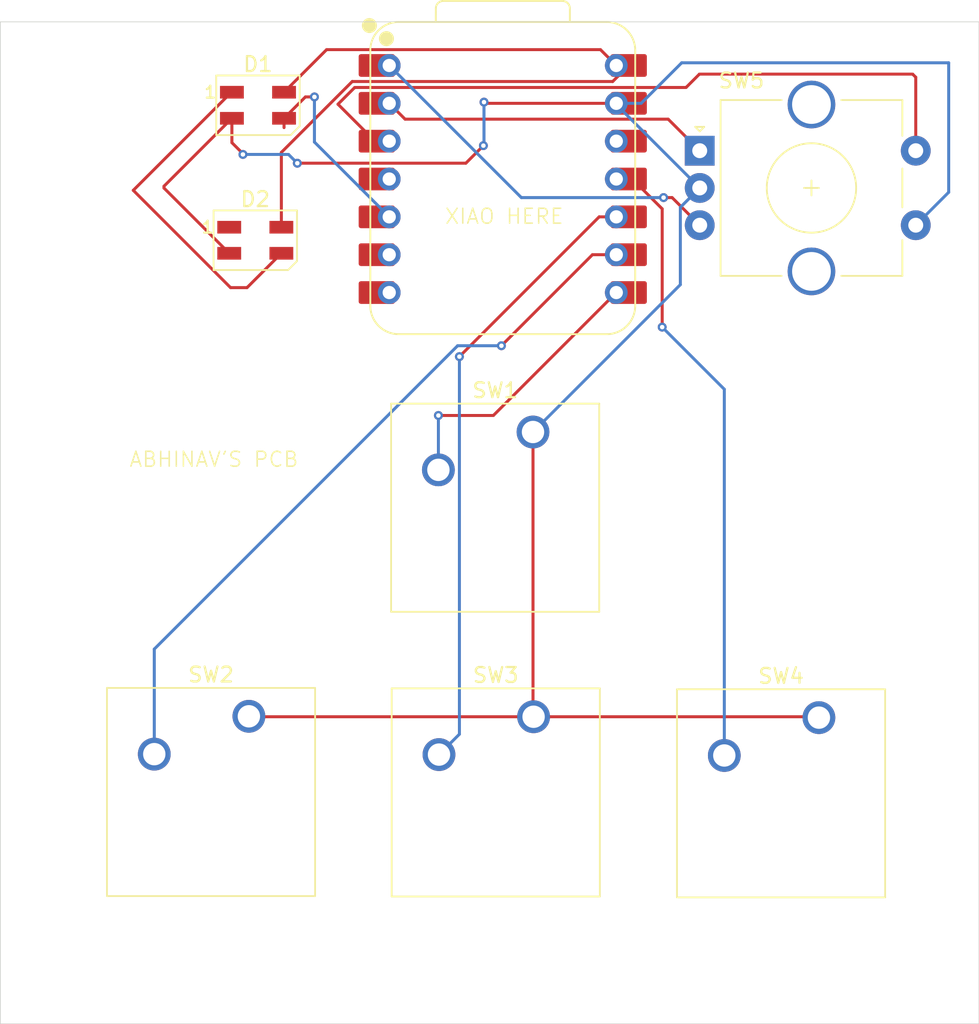
<source format=kicad_pcb>
(kicad_pcb (version 20241229) (generator "pcbnew") (generator_version "9.0")
  (layers (0 "F.Cu" signal) (2 "B.Cu" signal) (13 "F.Paste" user) (15 "B.Paste" user) (5 "F.SilkS" user "F.Silkscreen") (7 "B.SilkS" user "B.Silkscreen") (1 "F.Mask" user) (3 "B.Mask" user) (25 "Edge.Cuts" user))
  (net 0 "")
  (net 1 "GND")
  (net 2 "+5V")
  (net 3 "Net-(D1-DIN)")
  (net 4 "Net-(D1-DOUT)")
  (net 6 "Net-(U1-GPIO1{slash}RX)")
  (net 7 "Net-(U1-GPIO2{slash}SCK)")
  (net 8 "Net-(U1-GPIO4{slash}MISO)")
  (net 9 "Net-(U1-GPIO3{slash}MOSI)")
  (net 10 "Net-(U1-GPIO28{slash}ADC2{slash}A2)")
  (net 12 "Net-(U1-GPIO27{slash}ADC1{slash}A1)")
  (net 15 "Net-(U1-GPIO26{slash}ADC0{slash}A0)")
  (footprint "Button_Switch_Keyboard:SW_Cherry_MX_1.00u_PCB" (layer "F.Cu") (at 120.23 52.07)
    (property "Reference" "SW1" (at -2.54 -2.794 0) (layer "F.SilkS"))
    (property "Value" "SW_Push")
    (fp_line (start -9.525 -1.905) (end 4.445 -1.905) (stroke (width 0.12)) (layer "F.SilkS"))
    (fp_line (start -9.525 12.065) (end -9.525 -1.905) (stroke (width 0.12)) (layer "F.SilkS"))
    (fp_line (start 4.445 -1.905) (end 4.445 12.065) (stroke (width 0.12)) (layer "F.SilkS"))
    (fp_line (start 4.445 12.065) (end -9.525 12.065) (stroke (width 0.12)) (layer "F.SilkS"))
    (pad "" np_thru_hole circle (at -7.62 5.08) (size 1.7 1.7) (drill 1.7) (layers "*.Cu" "*.Mask"))
    (pad "" np_thru_hole circle (at -2.54 5.08) (size 4 4) (drill 4) (layers "*.Cu" "*.Mask"))
    (pad "" np_thru_hole circle (at 2.54 5.08) (size 1.7 1.7) (drill 1.7) (layers "*.Cu" "*.Mask"))
    (pad "1" thru_hole circle (at 0 0) (size 2.2 2.2) (drill 1.5) (layers "*.Cu" "*.Mask") (net 1 "GND"))
    (pad "2" thru_hole circle (at -6.35 2.54) (size 2.2 2.2) (drill 1.5) (layers "*.Cu" "*.Mask") (net 6 "Net-(U1-GPIO1{slash}RX)"))
  )
  (footprint "LED_SMD:LED_SK6812MINI_PLCC4_3.5x3.5mm_P1.75mm" (layer "F.Cu") (at 101.59 39.2)
    (property "Reference" "D2" (at 0 -2.75 0) (layer "F.SilkS"))
    (property "Value" "SK6812MINI")
    (fp_line (start -2.8 -2) (end -2.8 2) (stroke (width 0.12)) (layer "F.SilkS"))
    (fp_line (start -2.8 -2) (end 2.8 -2) (stroke (width 0.12)) (layer "F.SilkS"))
    (fp_line (start -2.8 2) (end 2.2 2) (stroke (width 0.12)) (layer "F.SilkS"))
    (fp_line (start 2.8 1.4) (end 2.2 2) (stroke (width 0.12)) (layer "F.SilkS"))
    (fp_line (start 2.8 1.4) (end 2.8 -2) (stroke (width 0.12)) (layer "F.SilkS"))
    (fp_text user "1" (at -3.2 -0.875 0) (layer "F.SilkS") (effects (font (size 0.8 0.8))))
    (pad "1" smd rect (at -1.75 -0.875) (size 1.6 0.85) (layers "F.Cu" "F.Mask" "F.Paste"))
    (pad "2" smd rect (at -1.75 0.875) (size 1.6 0.85) (layers "F.Cu" "F.Mask" "F.Paste") (net 1 "GND"))
    (pad "3" smd rect (at 1.75 0.875) (size 1.6 0.85) (layers "F.Cu" "F.Mask" "F.Paste") (net 4 "Net-(D1-DOUT)"))
    (pad "4" smd rect (at 1.75 -0.875) (size 1.6 0.85) (layers "F.Cu" "F.Mask" "F.Paste") (net 2 "+5V"))
  )
  (footprint "LED_SMD:LED_SK6812MINI_PLCC4_3.5x3.5mm_P1.75mm" (layer "F.Cu") (at 101.77 30.14)
    (property "Reference" "D1" (at 0 -2.75 0) (layer "F.SilkS"))
    (property "Value" "SK6812MINI")
    (fp_line (start -2.8 -2) (end -2.8 2) (stroke (width 0.12)) (layer "F.SilkS"))
    (fp_line (start -2.8 -2) (end 2.8 -2) (stroke (width 0.12)) (layer "F.SilkS"))
    (fp_line (start -2.8 2) (end 2.2 2) (stroke (width 0.12)) (layer "F.SilkS"))
    (fp_line (start 2.8 1.4) (end 2.2 2) (stroke (width 0.12)) (layer "F.SilkS"))
    (fp_line (start 2.8 1.4) (end 2.8 -2) (stroke (width 0.12)) (layer "F.SilkS"))
    (fp_text user "1" (at -3.2 -0.875 0) (layer "F.SilkS") (effects (font (size 0.8 0.8))))
    (pad "1" smd rect (at -1.75 -0.875) (size 1.6 0.85) (layers "F.Cu" "F.Mask" "F.Paste") (net 4 "Net-(D1-DOUT)"))
    (pad "2" smd rect (at -1.75 0.875) (size 1.6 0.85) (layers "F.Cu" "F.Mask" "F.Paste") (net 1 "GND"))
    (pad "3" smd rect (at 1.75 0.875) (size 1.6 0.85) (layers "F.Cu" "F.Mask" "F.Paste") (net 3 "Net-(D1-DIN)"))
    (pad "4" smd rect (at 1.75 -0.875) (size 1.6 0.85) (layers "F.Cu" "F.Mask" "F.Paste") (net 2 "+5V"))
  )
  (footprint "Button_Switch_Keyboard:SW_Cherry_MX_1.00u_PCB" (layer "F.Cu") (at 101.16 71.15)
    (property "Reference" "SW2" (at -2.54 -2.794 0) (layer "F.SilkS"))
    (property "Value" "SW_Push")
    (fp_line (start -9.525 -1.905) (end 4.445 -1.905) (stroke (width 0.12)) (layer "F.SilkS"))
    (fp_line (start -9.525 12.065) (end -9.525 -1.905) (stroke (width 0.12)) (layer "F.SilkS"))
    (fp_line (start 4.445 -1.905) (end 4.445 12.065) (stroke (width 0.12)) (layer "F.SilkS"))
    (fp_line (start 4.445 12.065) (end -9.525 12.065) (stroke (width 0.12)) (layer "F.SilkS"))
    (pad "" np_thru_hole circle (at -7.62 5.08) (size 1.7 1.7) (drill 1.7) (layers "*.Cu" "*.Mask"))
    (pad "" np_thru_hole circle (at -2.54 5.08) (size 4 4) (drill 4) (layers "*.Cu" "*.Mask"))
    (pad "" np_thru_hole circle (at 2.54 5.08) (size 1.7 1.7) (drill 1.7) (layers "*.Cu" "*.Mask"))
    (pad "1" thru_hole circle (at 0 0) (size 2.2 2.2) (drill 1.5) (layers "*.Cu" "*.Mask") (net 1 "GND"))
    (pad "2" thru_hole circle (at -6.35 2.54) (size 2.2 2.2) (drill 1.5) (layers "*.Cu" "*.Mask") (net 7 "Net-(U1-GPIO2{slash}SCK)"))
  )
  (footprint "Button_Switch_Keyboard:SW_Cherry_MX_1.00u_PCB" (layer "F.Cu") (at 120.27 71.18)
    (property "Reference" "SW3" (at -2.54 -2.794 0) (layer "F.SilkS"))
    (property "Value" "SW_Push")
    (fp_line (start -9.525 -1.905) (end 4.445 -1.905) (stroke (width 0.12)) (layer "F.SilkS"))
    (fp_line (start -9.525 12.065) (end -9.525 -1.905) (stroke (width 0.12)) (layer "F.SilkS"))
    (fp_line (start 4.445 -1.905) (end 4.445 12.065) (stroke (width 0.12)) (layer "F.SilkS"))
    (fp_line (start 4.445 12.065) (end -9.525 12.065) (stroke (width 0.12)) (layer "F.SilkS"))
    (pad "" np_thru_hole circle (at -7.62 5.08) (size 1.7 1.7) (drill 1.7) (layers "*.Cu" "*.Mask"))
    (pad "" np_thru_hole circle (at -2.54 5.08) (size 4 4) (drill 4) (layers "*.Cu" "*.Mask"))
    (pad "" np_thru_hole circle (at 2.54 5.08) (size 1.7 1.7) (drill 1.7) (layers "*.Cu" "*.Mask"))
    (pad "1" thru_hole circle (at 0 0) (size 2.2 2.2) (drill 1.5) (layers "*.Cu" "*.Mask") (net 1 "GND"))
    (pad "2" thru_hole circle (at -6.35 2.54) (size 2.2 2.2) (drill 1.5) (layers "*.Cu" "*.Mask") (net 8 "Net-(U1-GPIO4{slash}MISO)"))
  )
  (footprint "Rotary_Encoder:RotaryEncoder_Alps_EC11E-Switch_Vertical_H20mm_CircularMountingHoles" (layer "F.Cu") (at 131.42 33.19)
    (property "Reference" "SW5" (at 2.8 -4.7 0) (layer "F.SilkS"))
    (property "Value" "RotaryEncoder_Switch")
    (fp_line (start -0.3 -1.6) (end 0.3 -1.6) (stroke (width 0.12)) (layer "F.SilkS"))
    (fp_line (start 0 -1.3) (end -0.3 -1.6) (stroke (width 0.12)) (layer "F.SilkS"))
    (fp_line (start 0.3 -1.6) (end 0 -1.3) (stroke (width 0.12)) (layer "F.SilkS"))
    (fp_line (start 1.4 -3.4) (end 1.4 8.4) (stroke (width 0.12)) (layer "F.SilkS"))
    (fp_line (start 5.5 -3.4) (end 1.4 -3.4) (stroke (width 0.12)) (layer "F.SilkS"))
    (fp_line (start 5.5 8.4) (end 1.4 8.4) (stroke (width 0.12)) (layer "F.SilkS"))
    (fp_line (start 7 2.5) (end 8 2.5) (stroke (width 0.12)) (layer "F.SilkS"))
    (fp_line (start 7.5 2) (end 7.5 3) (stroke (width 0.12)) (layer "F.SilkS"))
    (fp_line (start 9.5 -3.4) (end 13.6 -3.4) (stroke (width 0.12)) (layer "F.SilkS"))
    (fp_line (start 13.6 -3.4) (end 13.6 -1) (stroke (width 0.12)) (layer "F.SilkS"))
    (fp_line (start 13.6 1.2) (end 13.6 3.8) (stroke (width 0.12)) (layer "F.SilkS"))
    (fp_line (start 13.6 6) (end 13.6 8.4) (stroke (width 0.12)) (layer "F.SilkS"))
    (fp_line (start 13.6 8.4) (end 9.5 8.4) (stroke (width 0.12)) (layer "F.SilkS"))
    (fp_circle (center 7.5 2.5) (end 10.5 2.5) (stroke (width 0.12)) (fill no) (layer "F.SilkS"))
    (pad "A" thru_hole rect (at 0 0) (size 2 2) (drill 1) (layers "*.Cu" "*.Mask") (net 12 "Net-(U1-GPIO27{slash}ADC1{slash}A1)"))
    (pad "B" thru_hole circle (at 0 5) (size 2 2) (drill 1) (layers "*.Cu" "*.Mask") (net 15 "Net-(U1-GPIO26{slash}ADC0{slash}A0)"))
    (pad "C" thru_hole circle (at 0 2.5) (size 2 2) (drill 1) (layers "*.Cu" "*.Mask") (net 1 "GND"))
    (pad "MP" thru_hole circle (at 7.5 -3.1) (size 3.2 3.2) (drill 2.6) (layers "*.Cu" "*.Mask"))
    (pad "MP" thru_hole circle (at 7.5 8.1) (size 3.2 3.2) (drill 2.6) (layers "*.Cu" "*.Mask"))
    (pad "S1" thru_hole circle (at 14.5 5) (size 2 2) (drill 1) (layers "*.Cu" "*.Mask") (net 1 "GND"))
    (pad "S2" thru_hole circle (at 14.5 0) (size 2 2) (drill 1) (layers "*.Cu" "*.Mask") (net 10 "Net-(U1-GPIO28{slash}ADC2{slash}A2)"))
  )
  (footprint "Button_Switch_Keyboard:SW_Cherry_MX_1.00u_PCB" (layer "F.Cu") (at 139.42 71.24)
    (property "Reference" "SW4" (at -2.54 -2.794 0) (layer "F.SilkS"))
    (property "Value" "SW_Push")
    (fp_line (start -9.525 -1.905) (end 4.445 -1.905) (stroke (width 0.12)) (layer "F.SilkS"))
    (fp_line (start -9.525 12.065) (end -9.525 -1.905) (stroke (width 0.12)) (layer "F.SilkS"))
    (fp_line (start 4.445 -1.905) (end 4.445 12.065) (stroke (width 0.12)) (layer "F.SilkS"))
    (fp_line (start 4.445 12.065) (end -9.525 12.065) (stroke (width 0.12)) (layer "F.SilkS"))
    (pad "" np_thru_hole circle (at -7.62 5.08) (size 1.7 1.7) (drill 1.7) (layers "*.Cu" "*.Mask"))
    (pad "" np_thru_hole circle (at -2.54 5.08) (size 4 4) (drill 4) (layers "*.Cu" "*.Mask"))
    (pad "" np_thru_hole circle (at 2.54 5.08) (size 1.7 1.7) (drill 1.7) (layers "*.Cu" "*.Mask"))
    (pad "1" thru_hole circle (at 0 0) (size 2.2 2.2) (drill 1.5) (layers "*.Cu" "*.Mask") (net 1 "GND"))
    (pad "2" thru_hole circle (at -6.35 2.54) (size 2.2 2.2) (drill 1.5) (layers "*.Cu" "*.Mask") (net 9 "Net-(U1-GPIO3{slash}MOSI)"))
  )
  (footprint "opl:XIAO-RP2040-DIP" (layer "F.Cu") (at 118.2 35.09)
    (property "Reference" "U1" (hide yes))
    (property "Value" "XIAO-RP2040-DIP")
    (fp_line (start -8.89 8.509) (end -8.89 -8.636) (stroke (width 0.127)) (layer "F.SilkS"))
    (fp_line (start -6.985 10.414) (end 6.985 10.414) (stroke (width 0.127)) (layer "F.SilkS"))
    (fp_line (start -4.495 -10.541) (end -4.491272 -11.451272) (stroke (width 0.127)) (layer "F.SilkS"))
    (fp_line (start -3.991272 -11.951) (end 4.004 -11.951) (stroke (width 0.127)) (layer "F.SilkS"))
    (fp_line (start 4.504 -11.451) (end 4.504 -10.541) (stroke (width 0.127)) (layer "F.SilkS"))
    (fp_line (start 6.985 -10.541) (end -6.985 -10.541) (stroke (width 0.1)) (layer "F.SilkS"))
    (fp_line (start 6.985 -10.541) (end -6.985 -10.541) (stroke (width 0.127)) (layer "F.SilkS"))
    (fp_line (start 8.89 8.509) (end 8.89 -8.636) (stroke (width 0.127)) (layer "F.SilkS"))
    (fp_arc (start -8.89 -8.636) (mid -8.332038 -9.983038) (end -6.985 -10.541) (stroke (width 0.127)) (layer "F.SilkS"))
    (fp_arc (start -6.985 10.414) (mid -8.332038 9.856038) (end -8.89 8.509) (stroke (width 0.127)) (layer "F.SilkS"))
    (fp_arc (start -4.491272 -11.451272) (mid -4.344728 -11.80464) (end -3.991272 -11.951) (stroke (width 0.127)) (layer "F.SilkS"))
    (fp_arc (start 4.004 -11.951) (mid 4.357553 -11.804553) (end 4.504 -11.451) (stroke (width 0.127)) (layer "F.SilkS"))
    (fp_arc (start 6.985 -10.541) (mid 8.332038 -9.983038) (end 8.89 -8.636) (stroke (width 0.127)) (layer "F.SilkS"))
    (fp_arc (start 8.89 8.509) (mid 8.332038 9.856038) (end 6.985 10.414) (stroke (width 0.127)) (layer "F.SilkS"))
    (fp_circle (center -8.95 -10.3) (end -8.95 -10.554) (stroke (width 0.5)) (fill yes) (layer "F.SilkS"))
    (fp_circle (center -7.807 -9.42) (end -7.807 -9.674) (stroke (width 0.5)) (fill yes) (layer "F.SilkS"))
    (pad "1" smd roundrect (at -8.455 -7.62 180) (size 2.432 1.524) (layers "F.Cu" "F.Mask") (roundrect_rratio 0.1) (net 15 "Net-(U1-GPIO26{slash}ADC0{slash}A0)"))
    (pad "1" thru_hole circle (at -7.62 -7.62 180) (size 1.524 1.524) (drill 0.889) (layers "*.Cu" "*.Mask") (net 15 "Net-(U1-GPIO26{slash}ADC0{slash}A0)"))
    (pad "2" smd roundrect (at -8.455 -5.08 180) (size 2.432 1.524) (layers "F.Cu" "F.Mask") (roundrect_rratio 0.1) (net 12 "Net-(U1-GPIO27{slash}ADC1{slash}A1)"))
    (pad "2" thru_hole circle (at -7.62 -5.08 180) (size 1.524 1.524) (drill 0.889) (layers "*.Cu" "*.Mask") (net 12 "Net-(U1-GPIO27{slash}ADC1{slash}A1)"))
    (pad "3" smd roundrect (at -8.455 -2.54 180) (size 2.432 1.524) (layers "F.Cu" "F.Mask") (roundrect_rratio 0.1) (net 10 "Net-(U1-GPIO28{slash}ADC2{slash}A2)"))
    (pad "3" thru_hole circle (at -7.62 -2.54 180) (size 1.524 1.524) (drill 0.889) (layers "*.Cu" "*.Mask") (net 10 "Net-(U1-GPIO28{slash}ADC2{slash}A2)"))
    (pad "4" smd roundrect (at -8.455 0 180) (size 2.432 1.524) (layers "F.Cu" "F.Mask") (roundrect_rratio 0.1))
    (pad "4" thru_hole circle (at -7.62 0 180) (size 1.524 1.524) (drill 0.889) (layers "*.Cu" "*.Mask"))
    (pad "5" smd roundrect (at -8.455 2.54 180) (size 2.432 1.524) (layers "F.Cu" "F.Mask") (roundrect_rratio 0.1) (net 3 "Net-(D1-DIN)"))
    (pad "5" thru_hole circle (at -7.62 2.54 180) (size 1.524 1.524) (drill 0.889) (layers "*.Cu" "*.Mask") (net 3 "Net-(D1-DIN)"))
    (pad "6" smd roundrect (at -8.455 5.08 180) (size 2.432 1.524) (layers "F.Cu" "F.Mask") (roundrect_rratio 0.1))
    (pad "6" thru_hole circle (at -7.62 5.08 180) (size 1.524 1.524) (drill 0.889) (layers "*.Cu" "*.Mask"))
    (pad "7" smd roundrect (at -8.455 7.62 180) (size 2.432 1.524) (layers "F.Cu" "F.Mask") (roundrect_rratio 0.1))
    (pad "7" thru_hole circle (at -7.62 7.62 180) (size 1.524 1.524) (drill 0.889) (layers "*.Cu" "*.Mask"))
    (pad "8" thru_hole circle (at 7.62 7.62) (size 1.524 1.524) (drill 0.889) (layers "*.Cu" "*.Mask") (net 6 "Net-(U1-GPIO1{slash}RX)"))
    (pad "8" smd roundrect (at 8.455 7.62) (size 2.432 1.524) (layers "F.Cu" "F.Mask") (roundrect_rratio 0.1) (net 6 "Net-(U1-GPIO1{slash}RX)"))
    (pad "9" thru_hole circle (at 7.62 5.08) (size 1.524 1.524) (drill 0.889) (layers "*.Cu" "*.Mask") (net 7 "Net-(U1-GPIO2{slash}SCK)"))
    (pad "9" smd roundrect (at 8.455 5.08) (size 2.432 1.524) (layers "F.Cu" "F.Mask") (roundrect_rratio 0.1) (net 7 "Net-(U1-GPIO2{slash}SCK)"))
    (pad "10" thru_hole circle (at 7.62 2.54) (size 1.524 1.524) (drill 0.889) (layers "*.Cu" "*.Mask") (net 8 "Net-(U1-GPIO4{slash}MISO)"))
    (pad "10" smd roundrect (at 8.455 2.54) (size 2.432 1.524) (layers "F.Cu" "F.Mask") (roundrect_rratio 0.1) (net 8 "Net-(U1-GPIO4{slash}MISO)"))
    (pad "11" thru_hole circle (at 7.62 0) (size 1.524 1.524) (drill 0.889) (layers "*.Cu" "*.Mask") (net 9 "Net-(U1-GPIO3{slash}MOSI)"))
    (pad "11" smd roundrect (at 8.455 0) (size 2.432 1.524) (layers "F.Cu" "F.Mask") (roundrect_rratio 0.1) (net 9 "Net-(U1-GPIO3{slash}MOSI)"))
    (pad "12" thru_hole circle (at 7.62 -2.54) (size 1.524 1.524) (drill 0.889) (layers "*.Cu" "*.Mask"))
    (pad "12" smd roundrect (at 8.455 -2.54) (size 2.432 1.524) (layers "F.Cu" "F.Mask") (roundrect_rratio 0.1))
    (pad "13" thru_hole circle (at 7.62 -5.08) (size 1.524 1.524) (drill 0.889) (layers "*.Cu" "*.Mask") (net 1 "GND"))
    (pad "13" smd roundrect (at 8.455 -5.08) (size 2.432 1.524) (layers "F.Cu" "F.Mask") (roundrect_rratio 0.1) (net 1 "GND"))
    (pad "14" thru_hole circle (at 7.62 -7.62) (size 1.524 1.524) (drill 0.889) (layers "*.Cu" "*.Mask") (net 2 "+5V"))
    (pad "14" smd roundrect (at 8.455 -7.62) (size 2.432 1.524) (layers "F.Cu" "F.Mask") (roundrect_rratio 0.1) (net 2 "+5V"))
  )
  (gr_rect (start 84.48 24.54) (end 150.16 91.79) (stroke (width 0.05)) (fill no) (layer "Edge.Cuts"))
  (gr_text "ABHINAV'S PCB" (at 93.08 54.49 0) (layer "F.SilkS") (effects (font (size 1 1) (thickness 0.1)) (justify left bottom)))
  (gr_text "XIAO HERE" (at 114.26 38.18 0) (layer "F.SilkS") (effects (font (size 1 1) (thickness 0.1)) (justify left bottom)))
  (segment (start 125.82 30.01) (end 117.02 30.01) (width 0.2) (layer "F.Cu") (net 1))
  (segment (start 115.723 34.027) (end 104.413 34.027) (width 0.2) (layer "F.Cu") (net 1))
  (segment (start 104.413 34.027) (end 104.41 34.03) (width 0.2) (layer "F.Cu") (net 1))
  (segment (start 120.27 71.18) (end 101.19 71.18) (width 0.2) (layer "F.Cu") (net 1))
  (segment (start 99.84 40.075) (end 95.46 35.695) (width 0.2) (layer "F.Cu") (net 1))
  (segment (start 116.9 32.85) (end 115.723 34.027) (width 0.2) (layer "F.Cu") (net 1))
  (segment (start 95.46 35.695) (end 95.46 35.575) (width 0.2) (layer "F.Cu") (net 1))
  (segment (start 100.76 33.44) (end 100.76 33.39) (width 0.2) (layer "F.Cu") (net 1))
  (segment (start 100.02 32.65) (end 100.02 31.015) (width 0.2) (layer "F.Cu") (net 1))
  (segment (start 101.19 71.18) (end 101.16 71.15) (width 0.2) (layer "F.Cu") (net 1))
  (segment (start 120.23 52.07) (end 120.23 71.14) (width 0.2) (layer "F.Cu") (net 1))
  (segment (start 100.02 31.015) (end 99.775 31.015) (width 0.2) (layer "F.Cu") (net 1))
  (segment (start 100.76 33.39) (end 100.02 32.65) (width 0.2) (layer "F.Cu") (net 1))
  (segment (start 120.23 71.14) (end 120.27 71.18) (width 0.2) (layer "F.Cu") (net 1))
  (segment (start 120.27 71.18) (end 139.36 71.18) (width 0.2) (layer "F.Cu") (net 1))
  (segment (start 139.36 71.18) (end 139.42 71.24) (width 0.2) (layer "F.Cu") (net 1))
  (segment (start 117.02 30.01) (end 116.94 29.93) (width 0.2) (layer "F.Cu") (net 1))
  (segment (start 95.46 35.575) (end 100.02 31.015) (width 0.2) (layer "F.Cu") (net 1))
  (via (at 116.9 32.85) (size 0.6) (drill 0.3) (layers "F.Cu" "B.Cu") (net 1))
  (via (at 100.76 33.44) (size 0.6) (drill 0.3) (layers "F.Cu" "B.Cu") (net 1))
  (via (at 116.94 29.93) (size 0.6) (drill 0.3) (layers "F.Cu" "B.Cu") (net 1))
  (via (at 104.41 34.03) (size 0.6) (drill 0.3) (layers "F.Cu" "B.Cu") (net 1))
  (segment (start 148.13 27.29) (end 130.21 27.29) (width 0.2) (layer "B.Cu") (net 1))
  (segment (start 145.92 38.19) (end 148.13 35.98) (width 0.2) (layer "B.Cu") (net 1))
  (segment (start 130.119 36.991) (end 131.42 35.69) (width 0.2) (layer "B.Cu") (net 1))
  (segment (start 131.42 35.69) (end 125.82 30.09) (width 0.2) (layer "B.Cu") (net 1))
  (segment (start 116.94 32.81) (end 116.9 32.85) (width 0.2) (layer "B.Cu") (net 1))
  (segment (start 116.94 29.93) (end 116.94 32.81) (width 0.2) (layer "B.Cu") (net 1))
  (segment (start 120.23 52.07) (end 130.119 42.181) (width 0.2) (layer "B.Cu") (net 1))
  (segment (start 130.119 42.181) (end 130.119 36.991) (width 0.2) (layer "B.Cu") (net 1))
  (segment (start 130.21 27.29) (end 127.49 30.01) (width 0.2) (layer "B.Cu") (net 1))
  (segment (start 103.82 33.44) (end 100.76 33.44) (width 0.2) (layer "B.Cu") (net 1))
  (segment (start 125.82 30.09) (end 125.82 30.01) (width 0.2) (layer "B.Cu") (net 1))
  (segment (start 148.13 35.98) (end 148.13 27.29) (width 0.2) (layer "B.Cu") (net 1))
  (segment (start 127.49 30.01) (end 125.82 30.01) (width 0.2) (layer "B.Cu") (net 1))
  (segment (start 104.41 34.03) (end 103.82 33.44) (width 0.2) (layer "B.Cu") (net 1))
  (segment (start 103.34 33.3029) (end 103.34 38.325) (width 0.2) (layer "F.Cu") (net 2))
  (segment (start 125.82 27.47) (end 124.757 26.407) (width 0.2) (layer "F.Cu") (net 2))
  (segment (start 106.378 26.407) (end 103.52 29.265) (width 0.2) (layer "F.Cu") (net 2))
  (segment (start 108.0969 28.546) (end 103.34 33.3029) (width 0.2) (layer "F.Cu") (net 2))
  (segment (start 124.757 26.407) (end 106.378 26.407) (width 0.2) (layer "F.Cu") (net 2))
  (segment (start 126.655 27.47) (end 125.579 28.546) (width 0.2) (layer "F.Cu") (net 2))
  (segment (start 125.579 28.546) (end 108.0969 28.546) (width 0.2) (layer "F.Cu") (net 2))
  (segment (start 109.51 37.63) (end 110.58 37.63) (width 0.2) (layer "F.Cu") (net 3))
  (segment (start 104.955 29.58) (end 105.56 29.58) (width 0.2) (layer "F.Cu") (net 3))
  (segment (start 103.52 31.015) (end 103.52 31.64) (width 0.2) (layer "F.Cu") (net 3))
  (segment (start 103.52 31.015) (end 104.955 29.58) (width 0.2) (layer "F.Cu") (net 3))
  (via (at 105.56 29.58) (size 0.6) (drill 0.3) (layers "F.Cu" "B.Cu") (net 3))
  (segment (start 105.56 32.61) (end 110.58 37.63) (width 0.2) (layer "B.Cu") (net 3))
  (segment (start 105.56 29.58) (end 105.56 32.61) (width 0.2) (layer "B.Cu") (net 3))
  (segment (start 101.035 42.38) (end 103.34 40.075) (width 0.2) (layer "F.Cu") (net 4))
  (segment (start 99.93 42.38) (end 101.035 42.38) (width 0.2) (layer "F.Cu") (net 4))
  (segment (start 99.985 29.265) (end 93.4 35.85) (width 0.2) (layer "F.Cu") (net 4))
  (segment (start 93.4 35.85) (end 99.93 42.38) (width 0.2) (layer "F.Cu") (net 4))
  (segment (start 100.02 29.265) (end 99.985 29.265) (width 0.2) (layer "F.Cu") (net 4))
  (segment (start 117.57 50.96) (end 125.82 42.71) (width 0.2) (layer "F.Cu") (net 6))
  (segment (start 113.88 50.96) (end 117.57 50.96) (width 0.2) (layer "F.Cu") (net 6))
  (via (at 113.88 50.96) (size 0.6) (drill 0.3) (layers "F.Cu" "B.Cu") (net 6))
  (segment (start 113.88 54.61) (end 113.88 50.96) (width 0.2) (layer "B.Cu") (net 6))
  (segment (start 125.82 40.17) (end 124.22 40.17) (width 0.2) (layer "F.Cu") (net 7))
  (segment (start 124.22 40.17) (end 118.11 46.28) (width 0.2) (layer "F.Cu") (net 7))
  (via (at 118.11 46.28) (size 0.6) (drill 0.3) (layers "F.Cu" "B.Cu") (net 7))
  (segment (start 118.11 46.28) (end 115.170057 46.28) (width 0.2) (layer "B.Cu") (net 7))
  (segment (start 94.81 66.640057) (end 94.81 73.69) (width 0.2) (layer "B.Cu") (net 7))
  (segment (start 115.170057 46.28) (end 94.81 66.640057) (width 0.2) (layer "B.Cu") (net 7))
  (segment (start 124.67 37.63) (end 115.29 47.01) (width 0.2) (layer "F.Cu") (net 8))
  (segment (start 125.82 37.63) (end 124.67 37.63) (width 0.2) (layer "F.Cu") (net 8))
  (via (at 115.29 47.01) (size 0.6) (drill 0.3) (layers "F.Cu" "B.Cu") (net 8))
  (segment (start 115.29 72.35) (end 113.92 73.72) (width 0.2) (layer "B.Cu") (net 8))
  (segment (start 115.29 47.01) (end 115.29 72.35) (width 0.2) (layer "B.Cu") (net 8))
  (segment (start 128.9 37.09237) (end 126.89763 35.09) (width 0.2) (layer "F.Cu") (net 9))
  (segment (start 128.9 45.03) (end 128.9 37.09237) (width 0.2) (layer "F.Cu") (net 9))
  (segment (start 126.89763 35.09) (end 125.82 35.09) (width 0.2) (layer "F.Cu") (net 9))
  (via (at 128.9 45.03) (size 0.6) (drill 0.3) (layers "F.Cu" "B.Cu") (net 9))
  (segment (start 133.07 49.2) (end 128.9 45.03) (width 0.2) (layer "B.Cu") (net 9))
  (segment (start 133.07 73.78) (end 133.07 49.2) (width 0.2) (layer "B.Cu") (net 9))
  (segment (start 109.62 32.55) (end 110.58 32.55) (width 0.2) (layer "F.Cu") (net 10))
  (segment (start 130.503 28.947) (end 108.263 28.947) (width 0.2) (layer "F.Cu") (net 10))
  (segment (start 145.71 28.05) (end 131.4 28.05) (width 0.2) (layer "F.Cu") (net 10))
  (segment (start 145.92 28.26) (end 145.71 28.05) (width 0.2) (layer "F.Cu") (net 10))
  (segment (start 108.263 28.947) (end 107.14 30.07) (width 0.2) (layer "F.Cu") (net 10))
  (segment (start 131.4 28.05) (end 130.503 28.947) (width 0.2) (layer "F.Cu") (net 10))
  (segment (start 107.14 30.07) (end 109.62 32.55) (width 0.2) (layer "F.Cu") (net 10))
  (segment (start 145.92 33.19) (end 145.92 28.26) (width 0.2) (layer "F.Cu") (net 10))
  (segment (start 111.643 31.073) (end 110.58 30.01) (width 0.2) (layer "F.Cu") (net 12))
  (segment (start 129.303 31.073) (end 111.643 31.073) (width 0.2) (layer "F.Cu") (net 12))
  (segment (start 131.42 33.19) (end 129.303 31.073) (width 0.2) (layer "F.Cu") (net 12))
  (segment (start 131.42 38.19) (end 129.56692 36.33692) (width 0.2) (layer "F.Cu") (net 15))
  (segment (start 129.56692 36.33692) (end 128.99308 36.33692) (width 0.2) (layer "F.Cu") (net 15))
  (via (at 128.99308 36.33692) (size 0.6) (drill 0.3) (layers "F.Cu" "B.Cu") (net 15))
  (segment (start 128.99308 36.33692) (end 119.44692 36.33692) (width 0.2) (layer "B.Cu") (net 15))
  (segment (start 119.44692 36.33692) (end 110.58 27.47) (width 0.2) (layer "B.Cu") (net 15))
)
</source>
